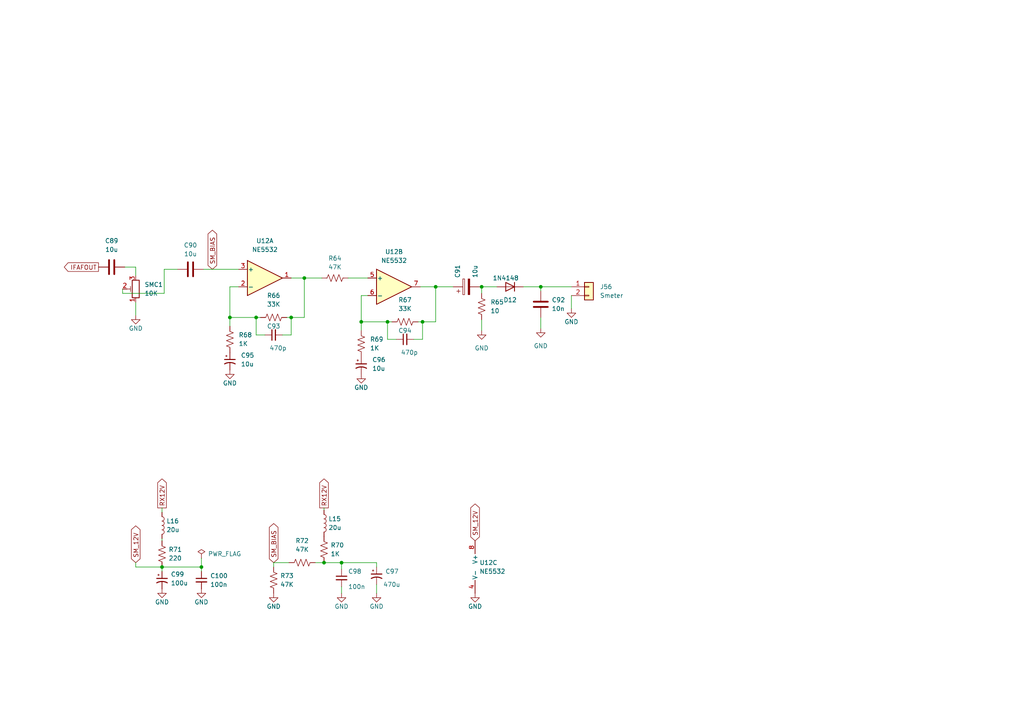
<source format=kicad_sch>
(kicad_sch (version 20211123) (generator eeschema)
  (paper "A4")
  (lib_symbols
    (symbol "Amplifier_Operational:NE5532" (pin_names (offset 0.127))
      (property "Reference" "U" (at 0 5.08 0))
      (property "Value" "NE5532" (at 0 -5.08 0))
      (symbol "NE5532_1_1"
        (polyline (pts (xy -5.08 5.08) (xy 5.08 0) (xy -5.08 -5.08) (xy -5.08 5.08)) (stroke (width 0.254)) (fill (type background)))
        (pin output line (at 7.62 0 180) (length 2.54) (name "~") (number "1"))
        (pin input line (at -7.62 -2.54 0) (length 2.54) (name "-") (number "2"))
        (pin input line (at -7.62 2.54 0) (length 2.54) (name "+") (number "3"))
      )
      (symbol "NE5532_2_1"
        (polyline (pts (xy -5.08 5.08) (xy 5.08 0) (xy -5.08 -5.08) (xy -5.08 5.08)) (stroke (width 0.254)) (fill (type background)))
        (pin input line (at -7.62 2.54 0) (length 2.54) (name "+") (number "5"))
        (pin input line (at -7.62 -2.54 0) (length 2.54) (name "-") (number "6"))
        (pin output line (at 7.62 0 180) (length 2.54) (name "~") (number "7"))
      )
      (symbol "NE5532_3_1"
        (pin power_in line (at -2.54 -7.62 90) (length 3.81) (name "V-") (number "4"))
        (pin power_in line (at -2.54 7.62 270) (length 3.81) (name "V+") (number "8"))
      )
    )
    (symbol "Connector_Generic:Conn_01x02" (pin_names (offset 1.016) hide)
      (property "Reference" "J" (at 0 2.54 0))
      (property "Value" "Conn_01x02" (at 0 -5.08 0))
      (symbol "Conn_01x02_1_1"
        (rectangle (start -1.27 -2.413) (end 0 -2.667) (stroke (width 0.1524)))
        (rectangle (start -1.27 0.127) (end 0 -0.127) (stroke (width 0.1524)))
        (rectangle (start -1.27 1.27) (end 1.27 -3.81) (stroke (width 0.254)) (fill (type background)))
        (pin passive line (at -5.08 0 0) (length 3.81) (name "Pin_1") (number "1"))
        (pin passive line (at -5.08 -2.54 0) (length 3.81) (name "Pin_2") (number "2"))
      )
    )
    (symbol "Device:C" (pin_numbers hide) (pin_names (offset 0.254))
      (property "Reference" "C" (at 0.635 2.54 0))
      (property "Value" "C" (at 0.635 -2.54 0))
      (symbol "C_0_1"
        (polyline (pts (xy -2.032 -0.762) (xy 2.032 -0.762)) (stroke (width 0.508)))
        (polyline (pts (xy -2.032 0.762) (xy 2.032 0.762)) (stroke (width 0.508)))
      )
      (symbol "C_1_1"
        (pin passive line (at 0 3.81 270) (length 2.794) (name "~") (number "1"))
        (pin passive line (at 0 -3.81 90) (length 2.794) (name "~") (number "2"))
      )
    )
    (symbol "Device:C_Polarized" (pin_numbers hide) (pin_names (offset 0.254))
      (property "Reference" "C" (at 0.635 2.54 0))
      (property "Value" "C_Polarized" (at 0.635 -2.54 0))
      (symbol "C_Polarized_0_1"
        (rectangle (start -2.286 0.508) (end 2.286 1.016))
        (polyline (pts (xy -1.778 2.286) (xy -0.762 2.286)))
        (polyline (pts (xy -1.27 2.794) (xy -1.27 1.778)))
        (rectangle (start 2.286 -0.508) (end -2.286 -1.016) (fill (type outline)))
      )
      (symbol "C_Polarized_1_1"
        (pin passive line (at 0 3.81 270) (length 2.794) (name "~") (number "1"))
        (pin passive line (at 0 -3.81 90) (length 2.794) (name "~") (number "2"))
      )
    )
    (symbol "Device:C_Polarized_Small_US" (pin_numbers hide) (pin_names (offset 0.254) hide)
      (property "Reference" "C" (at 0.254 1.778 0))
      (property "Value" "C_Polarized_Small_US" (at 0.254 -2.032 0))
      (symbol "C_Polarized_Small_US_0_1"
        (polyline (pts (xy -1.524 0.508) (xy 1.524 0.508)) (stroke (width 0.3048)))
        (polyline (pts (xy -1.27 1.524) (xy -0.762 1.524)))
        (polyline (pts (xy -1.016 1.27) (xy -1.016 1.778)))
        (arc (start 1.524 -0.762) (mid 0 -0.3734) (end -1.524 -0.762) (stroke (width 0.3048)))
      )
      (symbol "C_Polarized_Small_US_1_1"
        (pin passive line (at 0 2.54 270) (length 2.032) (name "~") (number "1"))
        (pin passive line (at 0 -2.54 90) (length 2.032) (name "~") (number "2"))
      )
    )
    (symbol "Device:C_Small" (pin_numbers hide) (pin_names (offset 0.254) hide)
      (property "Reference" "C" (at 0.254 1.778 0))
      (property "Value" "C_Small" (at 0.254 -2.032 0))
      (symbol "C_Small_0_1"
        (polyline (pts (xy -1.524 -0.508) (xy 1.524 -0.508)) (stroke (width 0.3302)))
        (polyline (pts (xy -1.524 0.508) (xy 1.524 0.508)) (stroke (width 0.3048)))
      )
      (symbol "C_Small_1_1"
        (pin passive line (at 0 2.54 270) (length 2.032) (name "~") (number "1"))
        (pin passive line (at 0 -2.54 90) (length 2.032) (name "~") (number "2"))
      )
    )
    (symbol "Device:L" (pin_numbers hide) (pin_names (offset 1.016) hide)
      (property "Reference" "L" (at -1.27 0 90))
      (property "Value" "L" (at 1.905 0 90))
      (symbol "L_0_1"
        (arc (start 0 -2.54) (mid 0.635 -1.905) (end 0 -1.27))
        (arc (start 0 -1.27) (mid 0.635 -0.635) (end 0 0))
        (arc (start 0 0) (mid 0.635 0.635) (end 0 1.27))
        (arc (start 0 1.27) (mid 0.635 1.905) (end 0 2.54))
      )
      (symbol "L_1_1"
        (pin passive line (at 0 3.81 270) (length 1.27) (name "1") (number "1"))
        (pin passive line (at 0 -3.81 90) (length 1.27) (name "2") (number "2"))
      )
    )
    (symbol "Device:R_Potentiometer_Trim" (pin_names (offset 1.016) hide)
      (property "Reference" "RV" (at -4.445 0 90))
      (property "Value" "R_Potentiometer_Trim" (at -2.54 0 90))
      (symbol "R_Potentiometer_Trim_0_1"
        (polyline (pts (xy 1.524 0.762) (xy 1.524 -0.762)))
        (polyline (pts (xy 2.54 0) (xy 1.524 0)))
        (rectangle (start 1.016 2.54) (end -1.016 -2.54) (stroke (width 0.254)))
      )
      (symbol "R_Potentiometer_Trim_1_1"
        (pin passive line (at 0 3.81 270) (length 1.27) (name "1") (number "1"))
        (pin passive line (at 3.81 0 180) (length 1.27) (name "2") (number "2"))
        (pin passive line (at 0 -3.81 90) (length 1.27) (name "3") (number "3"))
      )
    )
    (symbol "Device:R_US" (pin_numbers hide) (pin_names (offset 0))
      (property "Reference" "R" (at 2.54 0 90))
      (property "Value" "R_US" (at -2.54 0 90))
      (symbol "R_US_0_1"
        (polyline (pts (xy 0 -2.286) (xy 0 -2.54)))
        (polyline (pts (xy 0 2.286) (xy 0 2.54)))
        (polyline (pts (xy 0 -0.762) (xy 1.016 -1.143) (xy 0 -1.524) (xy -1.016 -1.905) (xy 0 -2.286)))
        (polyline (pts (xy 0 0.762) (xy 1.016 0.381) (xy 0 0) (xy -1.016 -0.381) (xy 0 -0.762)))
        (polyline (pts (xy 0 2.286) (xy 1.016 1.905) (xy 0 1.524) (xy -1.016 1.143) (xy 0 0.762)))
      )
      (symbol "R_US_1_1"
        (pin passive line (at 0 3.81 270) (length 1.27) (name "~") (number "1"))
        (pin passive line (at 0 -3.81 90) (length 1.27) (name "~") (number "2"))
      )
    )
    (symbol "Diode:1N914" (pin_numbers hide) (pin_names (offset 1.016) hide)
      (property "Reference" "D" (at 0 2.54 0))
      (property "Value" "1N914" (at 0 -2.54 0))
      (symbol "1N914_0_1"
        (polyline (pts (xy -1.27 1.27) (xy -1.27 -1.27)) (stroke (width 0.254)))
        (polyline (pts (xy 1.27 0) (xy -1.27 0)))
        (polyline (pts (xy 1.27 1.27) (xy 1.27 -1.27) (xy -1.27 0) (xy 1.27 1.27)) (stroke (width 0.254)))
      )
      (symbol "1N914_1_1"
        (pin passive line (at -3.81 0 0) (length 2.54) (name "K") (number "1"))
        (pin passive line (at 3.81 0 180) (length 2.54) (name "A") (number "2"))
      )
    )
    (symbol "power:GND" (power) (pin_names (offset 0))
      (property "Value" "GND" (at 0 -3.81 0))
      (symbol "GND_0_1"
        (polyline (pts (xy 0 0) (xy 0 -1.27) (xy 1.27 -1.27) (xy 0 -2.54) (xy -1.27 -1.27) (xy 0 -1.27)))
      )
      (symbol "GND_1_1"
        (pin power_in line (at 0 0 270) (length 0) hide (name "GND") (number "1"))
      )
    )
    (symbol "power:PWR_FLAG" (power) (pin_numbers hide) (pin_names (offset 0) hide)
      (property "Value" "PWR_FLAG" (at 0 3.81 0))
      (symbol "PWR_FLAG_0_0"
        (pin power_out line (at 0 0 90) (length 0) (name "pwr") (number "1"))
      )
      (symbol "PWR_FLAG_0_1"
        (polyline (pts (xy 0 0) (xy 0 1.27) (xy -1.016 1.905) (xy 0 2.54) (xy 1.016 1.905) (xy 0 1.27)))
      )
    )
  )
  (junction (at 112.395 93.345))
  (junction (at 46.99 164.465))
  (junction (at 99.06 163.195))
  (junction (at 88.265 80.645))
  (junction (at 74.295 92.075))
  (junction (at 104.775 93.345))
  (junction (at 84.455 92.075))
  (junction (at 122.555 93.345))
  (junction (at 93.98 163.195))
  (junction (at 156.845 83.185))
  (junction (at 58.42 164.465))
  (junction (at 126.365 83.185))
  (junction (at 66.675 92.075))
  (junction (at 139.7 83.185))
  (wire (pts (xy 126.365 93.345) (xy 122.555 93.345)))
  (wire (pts (xy 39.37 87.63) (xy 39.37 91.44)))
  (wire (pts (xy 88.265 92.075) (xy 84.455 92.075)))
  (wire (pts (xy 121.285 93.345) (xy 122.555 93.345)))
  (wire (pts (xy 114.935 98.425) (xy 112.395 98.425)))
  (wire (pts (xy 93.98 163.195) (xy 99.06 163.195)))
  (wire (pts (xy 47.625 85.09) (xy 35.56 85.09)))
  (wire (pts (xy 66.675 83.185) (xy 66.675 92.075)))
  (wire (pts (xy 46.99 156.21) (xy 46.99 156.845)))
  (wire (pts (xy 126.365 83.185) (xy 126.365 93.345)))
  (wire (pts (xy 139.065 83.185) (xy 139.7 83.185)))
  (wire (pts (xy 121.92 83.185) (xy 126.365 83.185)))
  (wire (pts (xy 35.56 85.09) (xy 35.56 83.82)))
  (wire (pts (xy 91.44 163.195) (xy 93.98 163.195)))
  (wire (pts (xy 46.99 147.32) (xy 46.99 148.59)))
  (wire (pts (xy 104.775 93.345) (xy 104.775 95.885)))
  (wire (pts (xy 84.455 80.645) (xy 88.265 80.645)))
  (wire (pts (xy 51.435 78.105) (xy 47.625 78.105)))
  (wire (pts (xy 112.395 98.425) (xy 112.395 93.345)))
  (wire (pts (xy 88.265 80.645) (xy 88.265 92.075)))
  (wire (pts (xy 83.185 92.075) (xy 84.455 92.075)))
  (wire (pts (xy 58.42 161.925) (xy 58.42 164.465)))
  (wire (pts (xy 74.295 97.155) (xy 74.295 92.075)))
  (wire (pts (xy 156.845 83.185) (xy 165.735 83.185)))
  (wire (pts (xy 46.99 164.465) (xy 58.42 164.465)))
  (wire (pts (xy 83.82 163.195) (xy 79.375 163.195)))
  (wire (pts (xy 76.835 97.155) (xy 74.295 97.155)))
  (wire (pts (xy 109.22 163.195) (xy 99.06 163.195)))
  (wire (pts (xy 36.195 77.47) (xy 39.37 77.47)))
  (wire (pts (xy 75.565 92.075) (xy 74.295 92.075)))
  (wire (pts (xy 46.99 165.735) (xy 46.99 164.465)))
  (wire (pts (xy 99.06 172.085) (xy 99.06 170.18)))
  (wire (pts (xy 139.7 83.185) (xy 144.145 83.185)))
  (wire (pts (xy 109.22 163.195) (xy 109.22 164.465)))
  (wire (pts (xy 69.215 83.185) (xy 66.675 83.185)))
  (wire (pts (xy 139.7 95.885) (xy 139.7 92.71)))
  (wire (pts (xy 81.915 97.155) (xy 84.455 97.155)))
  (wire (pts (xy 74.295 92.075) (xy 66.675 92.075)))
  (wire (pts (xy 104.775 85.725) (xy 104.775 93.345)))
  (wire (pts (xy 79.375 163.195) (xy 79.375 164.465)))
  (wire (pts (xy 100.965 80.645) (xy 106.68 80.645)))
  (wire (pts (xy 165.735 85.725) (xy 165.735 89.535)))
  (wire (pts (xy 46.99 164.465) (xy 39.37 164.465)))
  (wire (pts (xy 156.845 83.185) (xy 156.845 84.455)))
  (wire (pts (xy 122.555 98.425) (xy 122.555 93.345)))
  (wire (pts (xy 113.665 93.345) (xy 112.395 93.345)))
  (wire (pts (xy 156.845 92.075) (xy 156.845 95.25)))
  (wire (pts (xy 151.765 83.185) (xy 156.845 83.185)))
  (wire (pts (xy 139.7 83.185) (xy 139.7 85.09)))
  (wire (pts (xy 58.42 164.465) (xy 58.42 165.735)))
  (wire (pts (xy 39.37 164.465) (xy 39.37 163.195)))
  (wire (pts (xy 59.055 78.105) (xy 69.215 78.105)))
  (wire (pts (xy 109.22 172.085) (xy 109.22 169.545)))
  (wire (pts (xy 112.395 93.345) (xy 104.775 93.345)))
  (wire (pts (xy 39.37 77.47) (xy 39.37 80.01)))
  (wire (pts (xy 88.265 80.645) (xy 93.345 80.645)))
  (wire (pts (xy 126.365 83.185) (xy 131.445 83.185)))
  (wire (pts (xy 93.98 147.32) (xy 93.98 147.955)))
  (wire (pts (xy 66.675 92.075) (xy 66.675 94.615)))
  (wire (pts (xy 99.06 163.195) (xy 99.06 165.1)))
  (wire (pts (xy 84.455 97.155) (xy 84.455 92.075)))
  (wire (pts (xy 47.625 78.105) (xy 47.625 85.09)))
  (wire (pts (xy 106.68 85.725) (xy 104.775 85.725)))
  (wire (pts (xy 120.015 98.425) (xy 122.555 98.425)))
  (global_label "SM_BIAS" (shape bidirectional) (at 79.375 163.195 90) (property "Intersheet References" "${INTERSHEET_REFS}" (effects hide)))
  (global_label "IFAFOUT" (shape output) (at 28.575 77.47 180) (property "Intersheet References" "${INTERSHEET_REFS}" (effects hide)))
  (global_label "SM_BIAS" (shape bidirectional) (at 61.595 78.105 90) (property "Intersheet References" "${INTERSHEET_REFS}" (effects hide)))
  (global_label "RX12V" (shape output) (at 46.99 147.32 90) (property "Intersheet References" "${INTERSHEET_REFS}" (effects hide)))
  (global_label "RX12V" (shape output) (at 93.98 147.32 90) (property "Intersheet References" "${INTERSHEET_REFS}" (effects hide)))
  (global_label "SM_12V" (shape bidirectional) (at 39.37 163.195 90) (property "Intersheet References" "${INTERSHEET_REFS}" (effects hide)))
  (global_label "SM_12V" (shape bidirectional) (at 137.795 156.845 90) (property "Intersheet References" "${INTERSHEET_REFS}" (effects hide)))
  (symbol (lib_id "Device:L") (at 46.99 152.4 0) (unit 1)
    (property "Reference" "L16" (at 48.26 151.1299 0) (effects (justify left)))
    (property "Value" "20u" (at 48.26 153.6699 0) (effects (justify left)))
    (property "Footprint" "Inductor_SMD:L_1206_3216Metric" (effects hide))
  )
  (symbol (lib_id "Device:C") (at 156.845 88.265 0) (unit 1)
    (property "Reference" "C92" (at 160.02 86.9949 0) (effects (justify left)))
    (property "Value" "10n" (at 160.02 89.5349 0) (effects (justify left)))
    (property "Footprint" "Capacitor_SMD:C_1206_3216Metric" (effects hide))
  )
  (symbol (lib_id "Device:C_Small") (at 117.475 98.425 90) (unit 1)
    (property "Reference" "C94" (at 117.475 95.885 90))
    (property "Value" "470p" (at 118.745 102.235 90))
    (property "Footprint" "Capacitor_SMD:C_1206_3216Metric" (effects hide))
  )
  (symbol (lib_id "Device:C_Polarized_Small_US") (at 109.22 167.005 0) (unit 1)
    (property "Reference" "C97" (at 111.76 165.735 0) (effects (justify left)))
    (property "Value" "470u" (at 111.125 169.545 0) (effects (justify left)))
    (property "Footprint" "Capacitor_THT:CP_Radial_D8.0mm_P2.50mm" (effects hide))
  )
  (symbol (lib_id "power:GND") (at 109.22 172.085 0) (unit 1)
    (property "Reference" "#PWR0120" (effects hide))
    (property "Value" "GND" (at 109.22 175.895 0))
  )
  (symbol (lib_id "Amplifier_Operational:NE5532") (at 114.3 83.185 0) (unit 2)
    (property "Reference" "U12" (at 114.3 73.025 0))
    (property "Value" "NE5532" (at 114.3 75.565 0))
    (property "Footprint" "Package_SO:SOP-8_3.9x4.9mm_P1.27mm" (effects hide))
    (property "Datasheet" "http://www.ti.com/lit/ds/symlink/ne5532.pdf" (effects hide))
  )
  (symbol (lib_id "Device:L") (at 93.98 151.765 0) (unit 1)
    (property "Reference" "L15" (at 95.25 150.4949 0) (effects (justify left)))
    (property "Value" "20u" (at 95.25 153.0349 0) (effects (justify left)))
    (property "Footprint" "Inductor_SMD:L_1206_3216Metric" (effects hide))
  )
  (symbol (lib_id "power:PWR_FLAG") (at 58.42 161.925 0) (unit 1)
    (property "Reference" "#FLG016" (effects hide))
    (property "Value" "PWR_FLAG" (at 60.325 160.6549 0) (effects (justify left)))
  )
  (symbol (lib_id "Device:R_US") (at 93.98 159.385 0) (unit 1)
    (property "Reference" "R70" (at 95.885 158.1149 0) (effects (justify left)))
    (property "Value" "1K" (at 95.885 160.6549 0) (effects (justify left)))
    (property "Footprint" "Resistor_SMD:R_1206_3216Metric" (effects hide))
  )
  (symbol (lib_id "Device:R_US") (at 139.7 88.9 180) (unit 1)
    (property "Reference" "R65" (at 142.24 87.6299 0) (effects (justify right)))
    (property "Value" "10" (at 142.24 90.1699 0) (effects (justify right)))
    (property "Footprint" "Resistor_SMD:R_1206_3216Metric" (effects hide))
  )
  (symbol (lib_id "power:GND") (at 139.7 95.885 0) (unit 1)
    (property "Reference" "#PWR0113" (effects hide))
    (property "Value" "GND" (at 139.7 100.965 0))
  )
  (symbol (lib_id "Amplifier_Operational:NE5532") (at 140.335 164.465 0) (unit 3)
    (property "Reference" "U12" (at 139.065 163.1949 0) (effects (justify left)))
    (property "Value" "NE5532" (at 139.065 165.7349 0) (effects (justify left)))
    (property "Footprint" "Package_SO:SOP-8_3.9x4.9mm_P1.27mm" (effects hide))
    (property "Datasheet" "http://www.ti.com/lit/ds/symlink/ne5532.pdf" (effects hide))
  )
  (symbol (lib_id "power:GND") (at 39.37 91.44 0) (unit 1)
    (property "Reference" "#PWR0111" (effects hide))
    (property "Value" "GND" (at 39.37 95.25 0))
  )
  (symbol (lib_id "Device:C_Small") (at 79.375 97.155 90) (unit 1)
    (property "Reference" "C93" (at 79.375 94.615 90))
    (property "Value" "470p" (at 80.645 100.965 90))
    (property "Footprint" "Capacitor_SMD:C_1206_3216Metric" (effects hide))
  )
  (symbol (lib_id "Device:R_US") (at 79.375 168.275 0) (unit 1)
    (property "Reference" "R73" (at 81.28 167.0049 0) (effects (justify left)))
    (property "Value" "47K" (at 81.28 169.5449 0) (effects (justify left)))
    (property "Footprint" "Resistor_SMD:R_1206_3216Metric" (effects hide))
  )
  (symbol (lib_id "Device:R_US") (at 97.155 80.645 90) (unit 1)
    (property "Reference" "R64" (at 97.155 74.93 90))
    (property "Value" "47K" (at 97.155 77.47 90))
    (property "Footprint" "Resistor_SMD:R_1206_3216Metric" (effects hide))
  )
  (symbol (lib_id "power:GND") (at 58.42 170.815 0) (unit 1)
    (property "Reference" "#PWR0117" (effects hide))
    (property "Value" "GND" (at 58.42 174.625 0))
  )
  (symbol (lib_id "Device:R_US") (at 79.375 92.075 90) (unit 1)
    (property "Reference" "R66" (at 79.375 85.725 90))
    (property "Value" "33K" (at 79.375 88.265 90))
    (property "Footprint" "Resistor_SMD:R_1206_3216Metric" (effects hide))
  )
  (symbol (lib_id "Diode:1N914") (at 147.955 83.185 180) (unit 1)
    (property "Reference" "D12" (at 147.955 86.995 0))
    (property "Value" "1N4148" (at 146.685 80.645 0))
    (property "Footprint" "Diode_THT:D_DO-35_SOD27_P7.62mm_Horizontal" (effects hide))
    (property "Datasheet" "http://www.vishay.com/docs/85622/1n914.pdf" (effects hide))
  )
  (symbol (lib_id "Device:C_Small") (at 99.06 167.64 0) (unit 1)
    (property "Reference" "C98" (at 100.965 165.735 0) (effects (justify left)))
    (property "Value" "100n" (at 100.965 170.18 0) (effects (justify left)))
    (property "Footprint" "Capacitor_SMD:C_1206_3216Metric" (effects hide))
  )
  (symbol (lib_id "Connector_Generic:Conn_01x02") (at 170.815 83.185 0) (unit 1)
    (property "Reference" "J56" (at 173.99 83.1849 0) (effects (justify left)))
    (property "Value" "Smeter" (at 173.99 85.7249 0) (effects (justify left)))
    (property "Footprint" "Connector_PinHeader_2.54mm:PinHeader_1x02_P2.54mm_Vertical" (effects hide))
  )
  (symbol (lib_id "power:GND") (at 165.735 89.535 0) (unit 1)
    (property "Reference" "#PWR0110" (effects hide))
    (property "Value" "GND" (at 165.735 93.345 0))
  )
  (symbol (lib_id "power:GND") (at 99.06 172.085 0) (unit 1)
    (property "Reference" "#PWR0119" (effects hide))
    (property "Value" "GND" (at 99.06 175.895 0))
  )
  (symbol (lib_id "Device:R_US") (at 66.675 98.425 0) (unit 1)
    (property "Reference" "R68" (at 69.215 97.1549 0) (effects (justify left)))
    (property "Value" "1K" (at 69.215 99.6949 0) (effects (justify left)))
    (property "Footprint" "Resistor_SMD:R_1206_3216Metric" (effects hide))
  )
  (symbol (lib_id "Device:R_Potentiometer_Trim") (at 39.37 83.82 180) (unit 1)
    (property "Reference" "SMC1" (at 41.91 82.5499 0) (effects (justify right)))
    (property "Value" "10K" (at 41.91 85.0899 0) (effects (justify right)))
    (property "Footprint" "Potentiometer_THT:Potentiometer_Bourns_3296W_Vertical" (effects hide))
  )
  (symbol (lib_id "Device:C") (at 32.385 77.47 90) (unit 1)
    (property "Reference" "C89" (at 32.385 69.85 90))
    (property "Value" "10u" (at 32.385 72.39 90))
    (property "Footprint" "Capacitor_SMD:C_1206_3216Metric" (effects hide))
  )
  (symbol (lib_id "power:GND") (at 46.99 170.815 0) (unit 1)
    (property "Reference" "#PWR0116" (effects hide))
    (property "Value" "GND" (at 46.99 174.625 0))
  )
  (symbol (lib_id "Device:C_Polarized_Small_US") (at 66.675 104.775 0) (unit 1)
    (property "Reference" "C95" (at 69.85 103.0731 0) (effects (justify left)))
    (property "Value" "10u" (at 69.85 105.6131 0) (effects (justify left)))
    (property "Footprint" "Capacitor_THT:CP_Radial_D8.0mm_P2.50mm" (effects hide))
  )
  (symbol (lib_id "Device:C_Small") (at 58.42 168.275 0) (unit 1)
    (property "Reference" "C100" (at 60.96 167.0112 0) (effects (justify left)))
    (property "Value" "100n" (at 60.96 169.5512 0) (effects (justify left)))
    (property "Footprint" "Capacitor_SMD:C_1206_3216Metric" (effects hide))
  )
  (symbol (lib_id "Device:C_Polarized_Small_US") (at 104.775 106.045 0) (unit 1)
    (property "Reference" "C96" (at 107.95 104.3431 0) (effects (justify left)))
    (property "Value" "10u" (at 107.95 106.8831 0) (effects (justify left)))
    (property "Footprint" "Capacitor_THT:CP_Radial_D8.0mm_P2.50mm" (effects hide))
  )
  (symbol (lib_id "Device:C_Polarized_Small_US") (at 46.99 168.275 0) (unit 1)
    (property "Reference" "C99" (at 49.53 166.5731 0) (effects (justify left)))
    (property "Value" "100u" (at 49.53 169.1131 0) (effects (justify left)))
    (property "Footprint" "Capacitor_THT:CP_Radial_D8.0mm_P2.50mm" (effects hide))
  )
  (symbol (lib_id "Device:R_US") (at 117.475 93.345 90) (unit 1)
    (property "Reference" "R67" (at 117.475 86.995 90))
    (property "Value" "33K" (at 117.475 89.535 90))
    (property "Footprint" "Resistor_SMD:R_1206_3216Metric" (effects hide))
  )
  (symbol (lib_id "power:GND") (at 137.795 172.085 0) (unit 1)
    (property "Reference" "#PWR0121" (effects hide))
    (property "Value" "GND" (at 137.795 175.895 0))
  )
  (symbol (lib_id "Device:R_US") (at 87.63 163.195 90) (unit 1)
    (property "Reference" "R72" (at 87.63 156.845 90))
    (property "Value" "47K" (at 87.63 159.385 90))
    (property "Footprint" "Resistor_SMD:R_1206_3216Metric" (effects hide))
  )
  (symbol (lib_id "power:GND") (at 156.845 95.25 0) (unit 1)
    (property "Reference" "#PWR0112" (effects hide))
    (property "Value" "GND" (at 156.845 100.33 0))
  )
  (symbol (lib_id "Device:C_Polarized") (at 135.255 83.185 90) (unit 1)
    (property "Reference" "C91" (at 132.715 80.645 0) (effects (justify left)))
    (property "Value" "10u" (at 137.795 80.645 0) (effects (justify left)))
    (property "Footprint" "Capacitor_THT:CP_Radial_D8.0mm_P2.50mm" (effects hide))
  )
  (symbol (lib_id "Device:R_US") (at 46.99 160.655 0) (unit 1)
    (property "Reference" "R71" (at 48.895 159.3849 0) (effects (justify left)))
    (property "Value" "220" (at 48.895 161.9249 0) (effects (justify left)))
    (property "Footprint" "Resistor_SMD:R_1206_3216Metric" (effects hide))
  )
  (symbol (lib_id "Amplifier_Operational:NE5532") (at 76.835 80.645 0) (unit 1)
    (property "Reference" "U12" (at 76.835 69.85 0))
    (property "Value" "NE5532" (at 76.835 72.39 0))
    (property "Footprint" "Package_SO:SOP-8_3.9x4.9mm_P1.27mm" (effects hide))
    (property "Datasheet" "http://www.ti.com/lit/ds/symlink/ne5532.pdf" (effects hide))
  )
  (symbol (lib_id "power:GND") (at 104.775 108.585 0) (unit 1)
    (property "Reference" "#PWR0115" (effects hide))
    (property "Value" "GND" (at 104.775 112.395 0))
  )
  (symbol (lib_id "power:GND") (at 66.675 107.315 0) (unit 1)
    (property "Reference" "#PWR0114" (effects hide))
    (property "Value" "GND" (at 66.675 111.125 0))
  )
  (symbol (lib_id "power:GND") (at 79.375 172.085 0) (unit 1)
    (property "Reference" "#PWR0118" (effects hide))
    (property "Value" "GND" (at 79.375 175.895 0))
  )
  (symbol (lib_id "Device:R_US") (at 104.775 99.695 0) (unit 1)
    (property "Reference" "R69" (at 107.315 98.4249 0) (effects (justify left)))
    (property "Value" "1K" (at 107.315 100.9649 0) (effects (justify left)))
    (property "Footprint" "Resistor_SMD:R_1206_3216Metric" (effects hide))
  )
  (symbol (lib_id "Device:C") (at 55.245 78.105 90) (unit 1)
    (property "Reference" "C90" (at 55.245 71.12 90))
    (property "Value" "10u" (at 55.245 73.66 90))
    (property "Footprint" "Capacitor_SMD:C_1206_3216Metric" (effects hide))
  )
)
</source>
